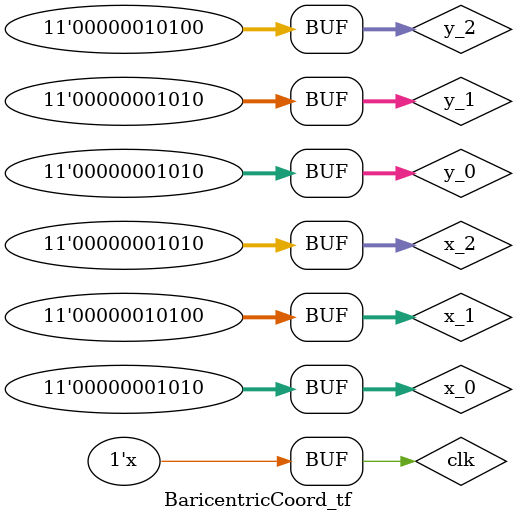
<source format=v>
`timescale 1ns / 1ps


module BaricentricCoord_tf;

	parameter evalBits = 10;
	parameter intBits = 10;
	parameter decimalBits = 3;

	// Inputs
	reg [(intBits):0] x_0;
	reg [(intBits):0] y_0;
	reg [(intBits):0] x_1;
	reg [(intBits):0] y_1;
	reg [(intBits):0] x_2;
	reg [(intBits):0] y_2;
	reg [(evalBits - 1):0] evalX;
	reg [(evalBits - 1):0] evalY;
	reg clk;

	// Outputs
	wire [(intBits + decimalBits):0] lambda_0;
	wire [(intBits + decimalBits):0] lambda_1;
	wire [(intBits + decimalBits):0] lambda_2;
	wire inTris;

	// Instantiate the Unit Under Test (UUT)
	BaricentricCoords #(evalBits, intBits, decimalBits) uut (
		.x_0(x_0), 
		.y_0(y_0), 
		.x_1(x_1), 
		.y_1(y_1), 
		.x_2(x_2), 
		.y_2(y_2), 
		.evalX(evalX), 
		.evalY(evalY), 
		.lambda_0(lambda_0), 
		.lambda_1(lambda_1), 
		.lambda_2(lambda_2), 
		.inTris(inTris)
	);

	initial begin
		// Initialize Inputs
		clk = 0;
		x_0 = 10;
		y_0 = 10;
		x_1 = 20;
		y_1 = 10;
		x_2 = 10;
		y_2 = 20;
		evalX = 0;
		evalY = 0;

		// Wait 100 ns for global reset to finish
		#100;
        
		// Add stimulus here

	end
	
	
	always @(posedge clk)
	begin
			evalX <= evalX + 1;
			if(evalX == 640)
			begin
				evalX <= 0;
				evalY <= evalY + 1;
			end
			
			if(evalY == 480) evalY <= 0;
			
	end
	
	always #1 clk = ~clk;
      
endmodule


</source>
